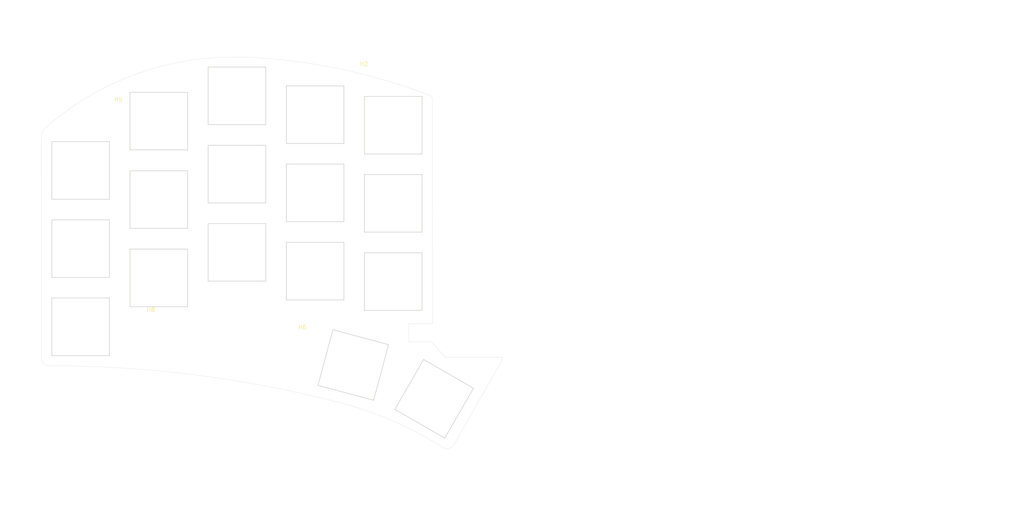
<source format=kicad_pcb>
(kicad_pcb (version 20211014) (generator pcbnew)
  (layers (0 "F.Cu" signal) (31 "B.Cu" signal) (34 "B.Paste" user) (35 "F.Paste" user) (36 "B.SilkS" user "B.Silkscreen") (37 "F.SilkS" user "F.Silkscreen") (38 "B.Mask" user) (39 "F.Mask" user) (44 "Edge.Cuts" user))
  (net 0 "")
  (net 1 "gnd")
  (footprint "Kailh:SW_PG1350_cut" (layer "F.Cu") (at 45 77)
    (fp_text reference "SW2" hide)
    (fp_text value "SW_Push" hide)
    (fp_line (start -7 -7) (end 7 -7) (layer "Edge.Cuts") (width 0.15))
    (fp_line (start -7 7) (end -7 -7) (layer "Edge.Cuts") (width 0.15))
    (fp_line (start 7 7) (end 7 -7) (layer "Edge.Cuts") (width 0.15))
    (fp_line (start -7 7) (end 7 7) (layer "Edge.Cuts") (width 0.15))
  )
  (footprint "Kailh:SW_PG1350_cut" (layer "F.Cu") (at 64 65)
    (fp_text reference "SW3" hide)
    (fp_text value "SW_Push" hide)
    (fp_line (start -7 7) (end 7 7) (layer "Edge.Cuts") (width 0.15))
    (fp_line (start -7 -7) (end 7 -7) (layer "Edge.Cuts") (width 0.15))
    (fp_line (start -7 7) (end -7 -7) (layer "Edge.Cuts") (width 0.15))
    (fp_line (start 7 7) (end 7 -7) (layer "Edge.Cuts") (width 0.15))
  )
  (footprint "Kailh:SW_PG1350_cut" (layer "F.Cu") (at 83 58.86)
    (fp_text reference "SW4" hide)
    (fp_text value "SW_Push" hide)
    (fp_line (start -7 -7) (end 7 -7) (layer "Edge.Cuts") (width 0.15))
    (fp_line (start -7 7) (end -7 -7) (layer "Edge.Cuts") (width 0.15))
    (fp_line (start -7 7) (end 7 7) (layer "Edge.Cuts") (width 0.15))
    (fp_line (start 7 7) (end 7 -7) (layer "Edge.Cuts") (width 0.15))
  )
  (footprint "Kailh:SW_PG1350_cut" (layer "F.Cu") (at 101.994 63.432)
    (fp_text reference "SW5" hide)
    (fp_text value "SW_Push" hide)
    (fp_line (start -7 7) (end -7 -7) (layer "Edge.Cuts") (width 0.15))
    (fp_line (start -7 7) (end 7 7) (layer "Edge.Cuts") (width 0.15))
    (fp_line (start 7 7) (end 7 -7) (layer "Edge.Cuts") (width 0.15))
    (fp_line (start -7 -7) (end 7 -7) (layer "Edge.Cuts") (width 0.15))
  )
  (footprint "Kailh:SW_PG1350_cut" (layer "F.Cu") (at 121 66)
    (fp_text reference "SW6" hide)
    (fp_text value "SW_Push" hide)
    (fp_line (start -7 -7) (end 7 -7) (layer "Edge.Cuts") (width 0.15))
    (fp_line (start -7 7) (end -7 -7) (layer "Edge.Cuts") (width 0.15))
    (fp_line (start 7 7) (end 7 -7) (layer "Edge.Cuts") (width 0.15))
    (fp_line (start -7 7) (end 7 7) (layer "Edge.Cuts") (width 0.15))
  )
  (footprint "Kailh:SW_PG1350_cut" (layer "F.Cu") (at 45 96)
    (fp_text reference "SW8" hide)
    (fp_text value "SW_Push" hide)
    (fp_line (start -7 7) (end -7 -7) (layer "Edge.Cuts") (width 0.15))
    (fp_line (start -7 -7) (end 7 -7) (layer "Edge.Cuts") (width 0.15))
    (fp_line (start 7 7) (end 7 -7) (layer "Edge.Cuts") (width 0.15))
    (fp_line (start -7 7) (end 7 7) (layer "Edge.Cuts") (width 0.15))
  )
  (footprint "Kailh:SW_PG1350_cut" (layer "F.Cu") (at 64 84.074)
    (fp_text reference "SW9" hide)
    (fp_text value "SW_Push" hide)
    (fp_line (start 7 7) (end 7 -7) (layer "Edge.Cuts") (width 0.15))
    (fp_line (start -7 7) (end -7 -7) (layer "Edge.Cuts") (width 0.15))
    (fp_line (start -7 7) (end 7 7) (layer "Edge.Cuts") (width 0.15))
    (fp_line (start -7 -7) (end 7 -7) (layer "Edge.Cuts") (width 0.15))
  )
  (footprint "Kailh:SW_PG1350_cut" (layer "F.Cu") (at 83 77.878)
    (fp_text reference "SW10" hide)
    (fp_text value "SW_Push" hide)
    (fp_line (start -7 7) (end 7 7) (layer "Edge.Cuts") (width 0.15))
    (fp_line (start -7 7) (end -7 -7) (layer "Edge.Cuts") (width 0.15))
    (fp_line (start 7 7) (end 7 -7) (layer "Edge.Cuts") (width 0.15))
    (fp_line (start -7 -7) (end 7 -7) (layer "Edge.Cuts") (width 0.15))
  )
  (footprint "Kailh:SW_PG1350_cut" (layer "F.Cu") (at 102 82.45)
    (fp_text reference "SW11" hide)
    (fp_text value "SW_Push" hide)
    (fp_line (start -7 7) (end -7 -7) (layer "Edge.Cuts") (width 0.15))
    (fp_line (start -7 7) (end 7 7) (layer "Edge.Cuts") (width 0.15))
    (fp_line (start -7 -7) (end 7 -7) (layer "Edge.Cuts") (width 0.15))
    (fp_line (start 7 7) (end 7 -7) (layer "Edge.Cuts") (width 0.15))
  )
  (footprint "Kailh:SW_PG1350_cut" (layer "F.Cu") (at 120.98 84.99)
    (fp_text reference "SW12" hide)
    (fp_text value "SW_Push" hide)
    (fp_line (start -7 7) (end -7 -7) (layer "Edge.Cuts") (width 0.15))
    (fp_line (start -7 7) (end 7 7) (layer "Edge.Cuts") (width 0.15))
    (fp_line (start 7 7) (end 7 -7) (layer "Edge.Cuts") (width 0.15))
    (fp_line (start -7 -7) (end 7 -7) (layer "Edge.Cuts") (width 0.15))
  )
  (footprint "Kailh:SW_PG1350_cut" (layer "F.Cu") (at 45 115)
    (fp_text reference "SW14" hide)
    (fp_text value "SW_Push" hide)
    (fp_line (start -7 7) (end 7 7) (layer "Edge.Cuts") (width 0.15))
    (fp_line (start -7 -7) (end 7 -7) (layer "Edge.Cuts") (width 0.15))
    (fp_line (start -7 7) (end -7 -7) (layer "Edge.Cuts") (width 0.15))
    (fp_line (start 7 7) (end 7 -7) (layer "Edge.Cuts") (width 0.15))
  )
  (footprint "Kailh:SW_PG1350_cut" (layer "F.Cu") (at 64.008 103.124)
    (fp_text reference "SW15" hide)
    (fp_text value "SW_Push" hide)
    (fp_line (start -7 -7) (end 7 -7) (layer "Edge.Cuts") (width 0.15))
    (fp_line (start -7 7) (end 7 7) (layer "Edge.Cuts") (width 0.15))
    (fp_line (start 7 7) (end 7 -7) (layer "Edge.Cuts") (width 0.15))
    (fp_line (start -7 7) (end -7 -7) (layer "Edge.Cuts") (width 0.15))
  )
  (footprint "Kailh:SW_PG1350_cut" (layer "F.Cu") (at 83 96.896)
    (fp_text reference "SW16" hide)
    (fp_text value "SW_Push" hide)
    (fp_line (start -7 -7) (end 7 -7) (layer "Edge.Cuts") (width 0.15))
    (fp_line (start 7 7) (end 7 -7) (layer "Edge.Cuts") (width 0.15))
    (fp_line (start -7 7) (end -7 -7) (layer "Edge.Cuts") (width 0.15))
    (fp_line (start -7 7) (end 7 7) (layer "Edge.Cuts") (width 0.15))
  )
  (footprint "Kailh:SW_PG1350_cut" (layer "F.Cu") (at 102 101.468)
    (fp_text reference "SW17" hide)
    (fp_text value "SW_Push" hide)
    (fp_line (start -7 7) (end -7 -7) (layer "Edge.Cuts") (width 0.15))
    (fp_line (start -7 -7) (end 7 -7) (layer "Edge.Cuts") (width 0.15))
    (fp_line (start -7 7) (end 7 7) (layer "Edge.Cuts") (width 0.15))
    (fp_line (start 7 7) (end 7 -7) (layer "Edge.Cuts") (width 0.15))
  )
  (footprint "Kailh:SW_PG1350_cut" (layer "F.Cu") (at 130.95 132.504 -30)
    (fp_text reference "SW20" hide)
    (fp_text value "SW_Push" hide)
    (fp_line (start -7 -7) (end 7 -7) (layer "Edge.Cuts") (width 0.15))
    (fp_line (start 7 7) (end 7 -7) (layer "Edge.Cuts") (width 0.15))
    (fp_line (start -7 7) (end -7 -7) (layer "Edge.Cuts") (width 0.15))
    (fp_line (start -7 7) (end 7 7) (layer "Edge.Cuts") (width 0.15))
  )
  (footprint "Kailh:SW_PG1350_cut" (layer "F.Cu") (at 111.272 124.288 -15)
    (fp_text reference "SW21" hide)
    (fp_text value "SW_Push" hide)
    (fp_line (start -7 7) (end -7 -7) (layer "Edge.Cuts") (width 0.15))
    (fp_line (start 7 7) (end 7 -7) (layer "Edge.Cuts") (width 0.15))
    (fp_line (start -7 7) (end 7 7) (layer "Edge.Cuts") (width 0.15))
    (fp_line (start -7 -7) (end 7 -7) (layer "Edge.Cuts") (width 0.15))
  )
  (footprint "Kailh:SW_PG1350_cut" (layer "F.Cu") (at 120.98 104.008)
    (fp_text reference "SW18" hide)
    (fp_text value "SW_Push" hide)
    (fp_line (start -7 7) (end -7 -7) (layer "Edge.Cuts") (width 0.15))
    (fp_line (start -7 -7) (end 7 -7) (layer "Edge.Cuts") (width 0.15))
    (fp_line (start -7 7) (end 7 7) (layer "Edge.Cuts") (width 0.15))
    (fp_line (start 7 7) (end 7 -7) (layer "Edge.Cuts") (width 0.15))
  )
  (footprint "MountingHole:MountingHole_3.7mm" (layer "F.Cu") (at 62.052 115.502)
    (fp_text reference "H8" (at 0 -4.7) (layer "F.SilkS"))
    (fp_text value "MountingHole")
    (pad "" np_thru_hole circle (at 0 0) (size 3.7 3.7) (drill 3.7) (layers F&B.Cu *.Mask))
  )
  (footprint "" (layer "F.Cu") (at 62.052 115.502)
    (fp_text reference "" (at 0 0) (layer "F.SilkS") (effects (font (size 1.27 1.27))))
    (fp_text value "" (at 0 0) (layer "F.SilkS") (effects (font (size 1.27 1.27))))
    (pad "" np_thru_hole circle (at 0 0) (size 3.7 3.7) (drill 3.7) (layers F&B.Cu *.Mask))
  )
  (footprint "MountingHole:MountingHole_3.7mm" (layer "F.Cu") (at 54.178 64.448)
    (fp_text reference "H5" (at 0 -4.7) (layer "F.SilkS"))
    (fp_text value "MountingHole")
    (pad "" np_thru_hole circle (at 0 0) (size 3.7 3.7) (drill 3.7) (layers F&B.Cu *.Mask))
  )
  (footprint "MountingHole:MountingHole_3.7mm" (layer "F.Cu") (at 98.882 119.82)
    (fp_text reference "H6" (at 0 -4.7) (layer "F.SilkS"))
    (fp_text value "MountingHole")
    (pad "" np_thru_hole circle (at 0 0) (size 3.7 3.7) (drill 3.7) (layers F&B.Cu *.Mask))
  )
  (footprint "MountingHole:MountingHole_3.7mm" (layer "F.Cu") (at 113.868 55.812)
    (fp_text reference "H2" (at 0 -4.7) (layer "F.SilkS"))
    (fp_text value "MountingHole")
    (pad "" np_thru_hole circle (at 0 0) (size 3.7 3.7) (drill 3.7) (layers F&B.Cu *.Mask))
  )
  (gr_line (start 147.161679 123.613657) (end 135.71 143.699265) (layer "Edge.Cuts") (width 0.05))
  (gr_arc (start 147.574 122.428) (mid 147.405616 123.033966) (end 147.161679 123.613657) (layer "Edge.Cuts") (width 0.05))
  (gr_line (start 130.556 114.3) (end 130.463 59.473) (layer "Edge.Cuts") (width 0.05))
  (gr_arc (start 35.465859 68.23732) (mid 36.022742 67.119147) (end 36.893 66.223) (layer "Edge.Cuts") (width 0.05))
  (gr_arc (start 85.843227 49.463504) (mid 108.303644 52.385453) (end 130.028245 58.79247) (layer "Edge.Cuts") (width 0.05))
  (gr_line (start 37.768 124.474571) (end 37.493002 124.473917) (layer "Edge.Cuts") (width 0.05))
  (gr_arc (start 107.797707 133.384137) (mid 120.821222 137.841207) (end 132.978 144.298) (layer "Edge.Cuts") (width 0.05))
  (gr_arc (start 37.768 124.474571) (mid 73.062993 126.727903) (end 107.798171 133.38233) (layer "Edge.Cuts") (width 0.05))
  (gr_arc (start 37.493002 124.473917) (mid 36.080534 123.924716) (end 35.458001 122.542999) (layer "Edge.Cuts") (width 0.05))
  (gr_arc (start 135.71 143.699265) (mid 134.468995 144.56898) (end 132.978 144.298) (layer "Edge.Cuts") (width 0.05))
  (gr_arc (start 130.028245 58.79247) (mid 130.345034 59.069226) (end 130.463 59.473) (layer "Edge.Cuts") (width 0.05))
  (gr_line (start 35.465859 68.23732) (end 35.458001 122.542999) (layer "Edge.Cuts") (width 0.05))
  (gr_line (start 85.843124 49.465561) (end 81.868 49.468) (layer "Edge.Cuts") (width 0.05))
  (gr_arc (start 36.894611 66.224861) (mid 57.871135 53.793316) (end 81.868 49.468) (layer "Edge.Cuts") (width 0.05))
  (gr_line (start 133.604 122.428) (end 130.302 118.618) (layer "Edge.Cuts") (width 0.05))
  (gr_line (start 130.302 118.618) (end 124.714 118.618) (layer "Edge.Cuts") (width 0.05))
  (gr_line (start 124.714 114.3) (end 130.556 114.3) (layer "Edge.Cuts") (width 0.05))
  (gr_line (start 147.574 122.428) (end 133.604 122.428) (layer "Edge.Cuts") (width 0.05))
  (gr_line (start 124.714 114.3) (end 124.714 118.618) (layer "Edge.Cuts") (width 0.05))
)
</source>
